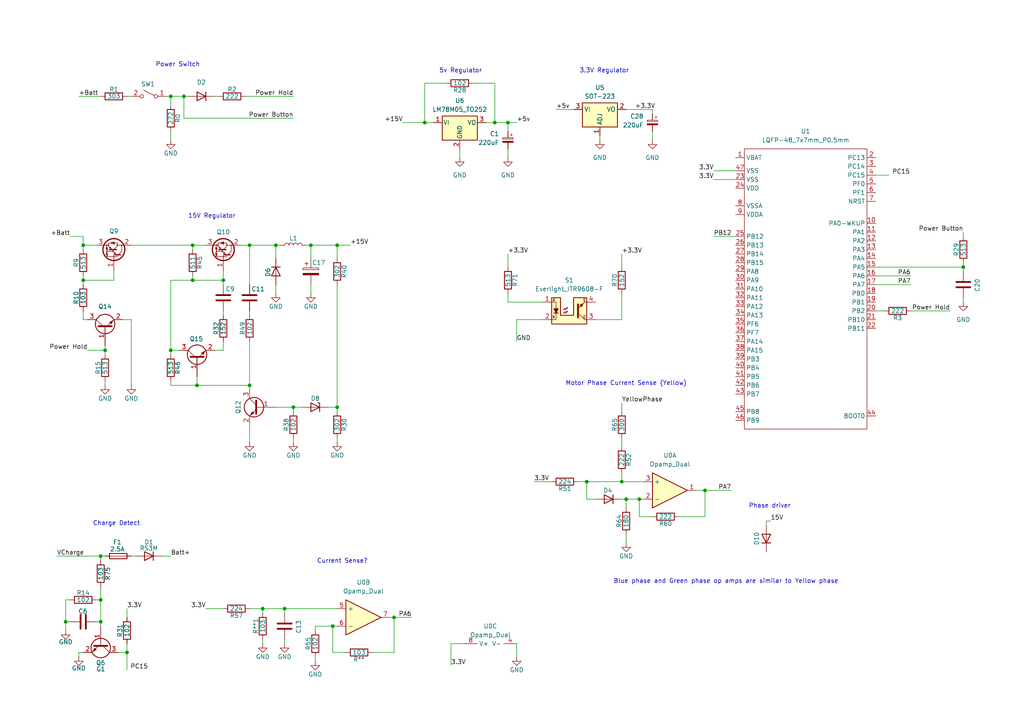
<source format=kicad_sch>
(kicad_sch (version 20231120) (generator "eeschema") (generator_version "8.0")
  (paper "A4")
  (lib_symbols
    (symbol "Device:C" (pin_numbers hide) (pin_names (offset 0.254))
      (property "Reference" "C" (at 0.635 2.54 0))
      (property "Value" "C" (at 0.635 -2.54 0))
      (symbol "C_0_1"
        (polyline (pts (xy -2.032 -0.762) (xy 2.032 -0.762)) (stroke (width 0.508)))
        (polyline (pts (xy -2.032 0.762) (xy 2.032 0.762)) (stroke (width 0.508)))
      )
      (symbol "C_1_1"
        (pin passive line (at 0 3.81 270) (length 2.794) (name "~") (number "1"))
        (pin passive line (at 0 -3.81 90) (length 2.794) (name "~") (number "2"))
      )
    )
    (symbol "Device:C_Polarized" (pin_numbers hide) (pin_names (offset 0.254))
      (property "Reference" "C" (at 0.635 2.54 0))
      (property "Value" "C_Polarized" (at 0.635 -2.54 0))
      (symbol "C_Polarized_0_1"
        (rectangle (start -2.286 0.508) (end 2.286 1.016))
        (polyline (pts (xy -1.778 2.286) (xy -0.762 2.286)))
        (polyline (pts (xy -1.27 2.794) (xy -1.27 1.778)))
        (rectangle (start 2.286 -0.508) (end -2.286 -1.016) (fill (type outline)))
      )
      (symbol "C_Polarized_1_1"
        (pin passive line (at 0 3.81 270) (length 2.794) (name "~") (number "1"))
        (pin passive line (at 0 -3.81 90) (length 2.794) (name "~") (number "2"))
      )
    )
    (symbol "Device:C_Polarized_Small" (pin_numbers hide) (pin_names (offset 0.254) hide)
      (property "Reference" "C" (at 0.254 1.778 0))
      (property "Value" "C_Polarized_Small" (at 0.254 -2.032 0))
      (symbol "C_Polarized_Small_0_1"
        (rectangle (start -1.524 -0.3048) (end 1.524 -0.6858) (fill (type outline)))
        (rectangle (start -1.524 0.6858) (end 1.524 0.3048))
        (polyline (pts (xy -1.27 1.524) (xy -0.762 1.524)))
        (polyline (pts (xy -1.016 1.27) (xy -1.016 1.778)))
      )
      (symbol "C_Polarized_Small_1_1"
        (pin passive line (at 0 2.54 270) (length 1.8542) (name "~") (number "1"))
        (pin passive line (at 0 -2.54 90) (length 1.8542) (name "~") (number "2"))
      )
    )
    (symbol "Device:D" (pin_numbers hide) (pin_names (offset 1.016) hide)
      (property "Reference" "D" (at 0 2.54 0))
      (property "Value" "D" (at 0 -2.54 0))
      (symbol "D_0_1"
        (polyline (pts (xy -1.27 1.27) (xy -1.27 -1.27)) (stroke (width 0.254)))
        (polyline (pts (xy 1.27 0) (xy -1.27 0)))
        (polyline (pts (xy 1.27 1.27) (xy 1.27 -1.27) (xy -1.27 0) (xy 1.27 1.27)) (stroke (width 0.254)))
      )
      (symbol "D_1_1"
        (pin passive line (at -3.81 0 0) (length 2.54) (name "K") (number "1"))
        (pin passive line (at 3.81 0 180) (length 2.54) (name "A") (number "2"))
      )
    )
    (symbol "Device:D_Zener" (pin_numbers hide) (pin_names (offset 1.016) hide)
      (property "Reference" "D" (at 0 2.54 0))
      (property "Value" "D_Zener" (at 0 -2.54 0))
      (symbol "D_Zener_0_1"
        (polyline (pts (xy 1.27 0) (xy -1.27 0)))
        (polyline (pts (xy -1.27 -1.27) (xy -1.27 1.27) (xy -0.762 1.27)) (stroke (width 0.254)))
        (polyline (pts (xy 1.27 -1.27) (xy 1.27 1.27) (xy -1.27 0) (xy 1.27 -1.27)) (stroke (width 0.254)))
      )
      (symbol "D_Zener_1_1"
        (pin passive line (at -3.81 0 0) (length 2.54) (name "K") (number "1"))
        (pin passive line (at 3.81 0 180) (length 2.54) (name "A") (number "2"))
      )
    )
    (symbol "Device:Fuse" (pin_numbers hide) (pin_names (offset 0))
      (property "Reference" "F" (at 2.032 0 90))
      (property "Value" "Fuse" (at -1.905 0 90))
      (symbol "Fuse_0_1"
        (rectangle (start -0.762 -2.54) (end 0.762 2.54) (stroke (width 0.254)))
        (polyline (pts (xy 0 2.54) (xy 0 -2.54)))
      )
      (symbol "Fuse_1_1"
        (pin passive line (at 0 3.81 270) (length 1.27) (name "~") (number "1"))
        (pin passive line (at 0 -3.81 90) (length 1.27) (name "~") (number "2"))
      )
    )
    (symbol "Device:L" (pin_numbers hide) (pin_names (offset 1.016) hide)
      (property "Reference" "L" (at -1.27 0 90))
      (property "Value" "L" (at 1.905 0 90))
      (symbol "L_0_1"
        (arc (start 0 -2.54) (mid 0.6323 -1.905) (end 0 -1.27))
        (arc (start 0 -1.27) (mid 0.6323 -0.635) (end 0 0))
        (arc (start 0 0) (mid 0.6323 0.635) (end 0 1.27))
        (arc (start 0 1.27) (mid 0.6323 1.905) (end 0 2.54))
      )
      (symbol "L_1_1"
        (pin passive line (at 0 3.81 270) (length 1.27) (name "1") (number "1"))
        (pin passive line (at 0 -3.81 90) (length 1.27) (name "2") (number "2"))
      )
    )
    (symbol "Device:Opamp_Dual"
      (property "Reference" "U" (at 0 5.08 0))
      (property "Value" "Opamp_Dual" (at 0 -5.08 0))
      (symbol "Opamp_Dual_1_1"
        (polyline (pts (xy -5.08 5.08) (xy 5.08 0) (xy -5.08 -5.08) (xy -5.08 5.08)) (stroke (width 0.254)) (fill (type background)))
        (pin output line (at 7.62 0 180) (length 2.54) (name "~") (number "1"))
        (pin input line (at -7.62 -2.54 0) (length 2.54) (name "-") (number "2"))
        (pin input line (at -7.62 2.54 0) (length 2.54) (name "+") (number "3"))
      )
      (symbol "Opamp_Dual_2_1"
        (polyline (pts (xy -5.08 5.08) (xy 5.08 0) (xy -5.08 -5.08) (xy -5.08 5.08)) (stroke (width 0.254)) (fill (type background)))
        (pin input line (at -7.62 2.54 0) (length 2.54) (name "+") (number "5"))
        (pin input line (at -7.62 -2.54 0) (length 2.54) (name "-") (number "6"))
        (pin output line (at 7.62 0 180) (length 2.54) (name "~") (number "7"))
      )
      (symbol "Opamp_Dual_3_1"
        (pin power_in line (at -2.54 -7.62 90) (length 3.81) (name "V-") (number "4"))
        (pin power_in line (at -2.54 7.62 270) (length 3.81) (name "V+") (number "8"))
      )
    )
    (symbol "Device:R" (pin_numbers hide) (pin_names (offset 0))
      (property "Reference" "R" (at 2.032 0 90))
      (property "Value" "R" (at 0 0 90))
      (symbol "R_0_1"
        (rectangle (start -1.016 -2.54) (end 1.016 2.54) (stroke (width 0.254)))
      )
      (symbol "R_1_1"
        (pin passive line (at 0 3.81 270) (length 1.27) (name "~") (number "1"))
        (pin passive line (at 0 -3.81 90) (length 1.27) (name "~") (number "2"))
      )
    )
    (symbol "GigaDevices_GD32F130xx:GD32F130Cx_LQFP48"
      (property "Reference" "U" (at 0 4.064 0))
      (property "Value" "GD32F130Cx" (at -0.254 1.524 0))
      (symbol "GD32F130Cx_LQFP48_0_0"
        (pin power_in line (at -17.78 -2.54 0) (length 2.54) (name "VBAT") (number "1"))
        (pin bidirectional line (at 22.86 -21.59 180) (length 2.54) (name "PA0-WKUP") (number "10"))
        (pin bidirectional line (at 22.86 -24.13 180) (length 2.54) (name "PA1") (number "11"))
        (pin bidirectional line (at 22.86 -26.67 180) (length 2.54) (name "PA2") (number "12"))
        (pin bidirectional line (at 22.86 -29.21 180) (length 2.54) (name "PA3") (number "13"))
        (pin bidirectional line (at 22.86 -31.75 180) (length 2.54) (name "PA4") (number "14"))
        (pin bidirectional line (at 22.86 -34.29 180) (length 2.54) (name "PA5") (number "15"))
        (pin bidirectional line (at 22.86 -36.83 180) (length 2.54) (name "PA6") (number "16"))
        (pin bidirectional line (at 22.86 -39.37 180) (length 2.54) (name "PA7") (number "17"))
        (pin bidirectional line (at 22.86 -41.91 180) (length 2.54) (name "PB0") (number "18"))
        (pin bidirectional line (at 22.86 -44.45 180) (length 2.54) (name "PB1") (number "19"))
        (pin bidirectional line (at 22.86 -46.99 180) (length 2.54) (name "PB2") (number "20"))
        (pin bidirectional line (at 22.86 -49.53 180) (length 2.54) (name "PB10") (number "21"))
        (pin bidirectional line (at 22.86 -52.07 180) (length 2.54) (name "PB11") (number "22"))
        (pin power_in line (at -17.78 -8.89 0) (length 2.54) (name "VSS") (number "23"))
        (pin power_in line (at -17.78 -11.43 0) (length 2.54) (name "VDD") (number "24"))
        (pin bidirectional line (at -17.78 -25.4 0) (length 2.54) (name "PB12") (number "25"))
        (pin bidirectional line (at -17.78 -27.94 0) (length 2.54) (name "PB13") (number "26"))
        (pin bidirectional line (at -17.78 -30.48 0) (length 2.54) (name "PB14") (number "27"))
        (pin bidirectional line (at -17.78 -33.02 0) (length 2.54) (name "PB15") (number "28"))
        (pin bidirectional line (at -17.78 -35.56 0) (length 2.54) (name "PA8") (number "29"))
        (pin bidirectional line (at -17.78 -38.1 0) (length 2.54) (name "PA9") (number "30"))
        (pin bidirectional line (at -17.78 -40.64 0) (length 2.54) (name "PA10") (number "31"))
        (pin bidirectional line (at -17.78 -43.18 0) (length 2.54) (name "PA11") (number "32"))
        (pin bidirectional line (at -17.78 -45.72 0) (length 2.54) (name "PA12") (number "33"))
        (pin bidirectional line (at -17.78 -48.26 0) (length 2.54) (name "PA13") (number "34"))
        (pin bidirectional line (at -17.78 -50.8 0) (length 2.54) (name "PF6") (number "35"))
        (pin bidirectional line (at -17.78 -53.34 0) (length 2.54) (name "PF7") (number "36"))
        (pin bidirectional line (at -17.78 -55.88 0) (length 2.54) (name "PA14") (number "37"))
        (pin bidirectional line (at -17.78 -58.42 0) (length 2.54) (name "PA15") (number "38"))
        (pin bidirectional line (at -17.78 -60.96 0) (length 2.54) (name "PB3") (number "39"))
        (pin bidirectional line (at -17.78 -63.5 0) (length 2.54) (name "PB4") (number "40"))
        (pin bidirectional line (at -17.78 -66.04 0) (length 2.54) (name "PB5") (number "41"))
        (pin bidirectional line (at -17.78 -68.58 0) (length 2.54) (name "PB6") (number "42"))
        (pin bidirectional line (at -17.78 -71.12 0) (length 2.54) (name "PB7") (number "43"))
        (pin input line (at 22.86 -77.47 180) (length 2.54) (name "BOOT0") (number "44"))
        (pin bidirectional line (at -17.78 -76.2 0) (length 2.54) (name "PB8") (number "45"))
        (pin bidirectional line (at -17.78 -78.74 0) (length 2.54) (name "PB9") (number "46"))
        (pin power_in line (at -17.78 -6.35 0) (length 2.54) (name "VSS") (number "47"))
        (pin bidirectional line (at 22.86 -10.16 180) (length 2.54) (name "PF0") (number "5"))
        (pin bidirectional line (at 22.86 -12.7 180) (length 2.54) (name "PF1") (number "6"))
        (pin bidirectional line (at 22.86 -15.24 180) (length 2.54) (name "NRST") (number "7"))
        (pin power_in line (at -17.78 -16.51 0) (length 2.54) (name "VSSA") (number "8"))
        (pin power_in line (at -17.78 -19.05 0) (length 2.54) (name "VDDA") (number "9"))
      )
      (symbol "GD32F130Cx_LQFP48_0_1"
        (rectangle (start -15.24 0) (end 20.32 -81.28))
      )
      (symbol "GD32F130Cx_LQFP48_1_0"
        (pin bidirectional line (at 22.86 -2.54 180) (length 2.54) (name "PC13") (number "2"))
        (pin bidirectional line (at 22.86 -5.08 180) (length 2.54) (name "PC14") (number "3"))
        (pin bidirectional line (at 22.86 -7.62 180) (length 2.54) (name "PC15") (number "4"))
      )
    )
    (symbol "Regulator_Linear:AMS1117"
      (property "Reference" "U" (at -3.81 3.175 0))
      (property "Value" "AMS1117" (at 0 3.175 0))
      (symbol "AMS1117_0_1"
        (rectangle (start -5.08 -5.08) (end 5.08 1.905) (stroke (width 0.254)) (fill (type background)))
      )
      (symbol "AMS1117_1_1"
        (pin input line (at 0 -7.62 90) (length 2.54) (name "ADJ") (number "1"))
        (pin power_out line (at 7.62 0 180) (length 2.54) (name "VO") (number "2"))
        (pin power_in line (at -7.62 0 0) (length 2.54) (name "VI") (number "3"))
      )
    )
    (symbol "Regulator_Linear:LM78M05_TO252" (pin_names (offset 0.254))
      (property "Reference" "U" (at -3.81 3.175 0))
      (property "Value" "LM78M05_TO252" (at 0 3.175 0))
      (symbol "LM78M05_TO252_0_1"
        (rectangle (start -5.08 1.905) (end 5.08 -5.08) (stroke (width 0.254)) (fill (type background)))
      )
      (symbol "LM78M05_TO252_1_1"
        (pin power_in line (at -7.62 0 0) (length 2.54) (name "VI") (number "1"))
        (pin power_in line (at 0 -7.62 90) (length 2.54) (name "GND") (number "2"))
        (pin power_out line (at 7.62 0 180) (length 2.54) (name "VO") (number "3"))
      )
    )
    (symbol "Sensor_Proximity:ITR9608-F"
      (property "Reference" "U" (at -5.08 5.08 0))
      (property "Value" "ITR9608-F" (at 0 -5.08 0))
      (symbol "ITR9608-F_0_0"
        (text "A" (at -4.445 3.175 0) (effects (font (size 0.762 0.762))))
        (text "C" (at 4.445 -1.778 0) (effects (font (size 0.762 0.762))))
        (text "E" (at 4.445 3.175 0) (effects (font (size 0.762 0.762))))
        (text "K" (at -4.445 -1.778 0) (effects (font (size 0.762 0.762))))
      )
      (symbol "ITR9608-F_0_1"
        (polyline (pts (xy -4.445 -0.635) (xy -3.175 -0.635)) (stroke (width 0.254)))
        (polyline (pts (xy 2.54 -0.635) (xy 4.445 -2.54)))
        (polyline (pts (xy 4.445 -2.54) (xy 5.08 -2.54)))
        (polyline (pts (xy 4.445 2.54) (xy 2.54 0.635)) (fill (type outline)))
        (polyline (pts (xy 4.445 2.54) (xy 5.08 2.54)))
        (polyline (pts (xy -5.08 -2.54) (xy -3.81 -2.54) (xy -3.81 -0.635)))
        (polyline (pts (xy -5.08 2.54) (xy -3.81 2.54) (xy -3.81 0.635)))
        (polyline (pts (xy 2.54 -1.905) (xy 2.54 1.905) (xy 2.54 1.905)) (stroke (width 0.508)))
        (polyline (pts (xy -3.81 -0.635) (xy -4.445 0.635) (xy -3.175 0.635) (xy -3.81 -0.635)) (stroke (width 0.254)) (fill (type outline)))
        (polyline (pts (xy -1.778 0.254) (xy -1.2446 0.762) (xy -1.2446 0.254) (xy -0.4826 1.016)))
        (polyline (pts (xy -0.4826 1.016) (xy -0.9906 0.762) (xy -0.7366 0.508) (xy -0.4826 1.016)))
        (polyline (pts (xy 3.048 1.651) (xy 3.556 1.143) (xy 4.064 2.159) (xy 3.048 1.651) (xy 3.048 1.651)) (fill (type outline)))
        (polyline (pts (xy -1.778 -0.762) (xy -1.2446 -0.254) (xy -1.2446 -0.762) (xy -0.4826 0) (xy -0.9906 -0.254) (xy -0.7366 -0.508) (xy -0.4826 0)))
        (polyline (pts (xy -5.08 3.81) (xy -5.08 -3.81) (xy 5.08 -3.81) (xy 5.08 3.81) (xy 1.27 3.81) (xy 1.27 -1.27) (xy -2.54 -1.27) (xy -2.54 3.81) (xy -5.08 3.81)) (stroke (width 0.254)) (fill (type background)))
      )
      (symbol "ITR9608-F_1_1"
        (pin passive line (at -7.62 2.54 0) (length 2.54) (name "~") (number "1"))
        (pin passive line (at -7.62 -2.54 0) (length 2.54) (name "~") (number "2"))
        (pin open_collector line (at 7.62 -2.54 180) (length 2.54) (name "~") (number "3"))
        (pin open_emitter line (at 7.62 2.54 180) (length 2.54) (name "~") (number "4"))
      )
    )
    (symbol "Switch:SW_SPST" (pin_names (offset 0) hide)
      (property "Reference" "SW" (at 0 3.175 0))
      (property "Value" "SW_SPST" (at 0 -2.54 0))
      (symbol "SW_SPST_0_0"
        (circle (center -2.032 0) (radius 0.508))
        (polyline (pts (xy -1.524 0.254) (xy 1.524 1.778)))
        (circle (center 2.032 0) (radius 0.508))
      )
      (symbol "SW_SPST_1_1"
        (pin passive line (at -5.08 0 0) (length 2.54) (name "A") (number "1"))
        (pin passive line (at 5.08 0 180) (length 2.54) (name "B") (number "2"))
      )
    )
    (symbol "Transistor_BJT:MMBT5551L" (pin_names (offset 0) hide)
      (property "Reference" "Q" (at 5.08 1.905 0))
      (property "Value" "MMBT5551L" (at 5.08 0 0))
      (symbol "MMBT5551L_0_1"
        (polyline (pts (xy 0.635 0.635) (xy 2.54 2.54)))
        (polyline (pts (xy 0.635 -0.635) (xy 2.54 -2.54) (xy 2.54 -2.54)))
        (polyline (pts (xy 0.635 1.905) (xy 0.635 -1.905) (xy 0.635 -1.905)) (stroke (width 0.508)))
        (polyline (pts (xy 1.27 -1.778) (xy 1.778 -1.27) (xy 2.286 -2.286) (xy 1.27 -1.778) (xy 1.27 -1.778)) (fill (type outline)))
        (circle (center 1.27 0) (radius 2.8194) (stroke (width 0.254)))
      )
      (symbol "MMBT5551L_1_1"
        (pin input line (at -5.08 0 0) (length 5.715) (name "B") (number "1"))
        (pin passive line (at 2.54 -5.08 90) (length 2.54) (name "E") (number "2"))
        (pin passive line (at 2.54 5.08 270) (length 2.54) (name "C") (number "3"))
      )
    )
    (symbol "Transistor_BJT:TIP127" (pin_names (offset 0) hide)
      (property "Reference" "Q" (at 5.08 1.905 0))
      (property "Value" "TIP127" (at 5.08 0 0))
      (symbol "TIP127_0_1"
        (circle (center -0.762 0) (radius 0.127))
        (polyline (pts (xy -1.27 0) (xy -0.889 0)))
        (polyline (pts (xy 2.54 -2.032) (xy 2.54 -2.54)))
        (polyline (pts (xy 2.54 -1.524) (xy 3.175 -1.524)))
        (polyline (pts (xy 2.794 -0.635) (xy 3.556 -0.635)))
        (polyline (pts (xy 3.175 -1.524) (xy 3.175 -0.635)))
        (polyline (pts (xy 3.175 0.127) (xy 3.175 1.016)))
        (polyline (pts (xy 3.175 1.016) (xy 2.54 1.016)))
        (polyline (pts (xy -0.254 0.762) (xy 0.762 -0.254) (xy 1.27 -0.254)))
        (polyline (pts (xy -0.254 1.016) (xy -0.762 1.016) (xy -0.762 -2.032)))
        (polyline (pts (xy -0.254 1.27) (xy 0.762 2.286) (xy 2.54 2.286)))
        (polyline (pts (xy -0.254 2.032) (xy -0.254 0) (xy -0.254 0)) (stroke (width 0.3048)))
        (polyline (pts (xy 1.27 0.762) (xy 1.27 -1.27) (xy 1.27 -1.27)) (stroke (width 0.381)))
        (polyline (pts (xy 0 0.508) (xy 0.254 0) (xy 0.508 0.254) (xy 0 0.508)))
        (polyline (pts (xy 1.27 -0.508) (xy 2.286 -1.524) (xy 2.54 -1.524) (xy 2.54 -2.032)))
        (polyline (pts (xy 1.27 0) (xy 2.286 1.016) (xy 2.54 1.016) (xy 2.54 2.286)))
        (polyline (pts (xy 1.524 -0.762) (xy 1.778 -1.27) (xy 2.032 -1.016) (xy 1.524 -0.762)))
        (polyline (pts (xy 3.175 -0.635) (xy 2.794 0.127) (xy 3.556 0.127) (xy 3.175 -0.635)) (fill (type outline)))
        (polyline (pts (xy 0.762 -2.032) (xy 0.381 -2.032) (xy 0.254 -2.286) (xy 0.127 -1.778) (xy 0 -2.286) (xy -0.127 -1.778) (xy -0.254 -2.286) (xy -0.381 -1.778) (xy -0.508 -2.032) (xy -0.762 -2.032)))
        (polyline (pts (xy 0.762 -0.254) (xy 0.762 -2.032) (xy 1.143 -2.032) (xy 1.27 -1.778) (xy 1.397 -2.286) (xy 1.524 -1.778) (xy 1.651 -2.286) (xy 1.778 -1.778) (xy 1.905 -2.286) (xy 2.032 -2.032) (xy 2.54 -2.032)))
        (circle (center 0.762 -2.032) (radius 0.127))
        (circle (center 0.762 -0.254) (radius 0.127))
        (circle (center 1.27 0) (radius 3.175) (stroke (width 0.3556)))
        (circle (center 2.54 -2.032) (radius 0.127))
        (circle (center 2.54 -1.524) (radius 0.127))
        (circle (center 2.54 1.016) (radius 0.127))
        (circle (center 2.54 2.286) (radius 0.127))
      )
      (symbol "TIP127_1_1"
        (pin input line (at -5.08 0 0) (length 3.81) (name "B") (number "1"))
        (pin passive line (at 2.54 5.08 270) (length 2.667) (name "C") (number "2"))
        (pin passive line (at 2.54 -5.08 90) (length 2.54) (name "E") (number "3"))
      )
    )
    (symbol "power:GND" (power) (pin_numbers hide) (pin_names (offset 0) hide)
      (property "Value" "GND" (at 0 -3.81 0))
      (symbol "GND_0_1"
        (polyline (pts (xy 0 0) (xy 0 -1.27) (xy 1.27 -1.27) (xy 0 -2.54) (xy -1.27 -1.27) (xy 0 -1.27)))
      )
      (symbol "GND_1_1"
        (pin power_in line (at 0 0 270) (length 0) (name "~") (number "1"))
      )
    )
  )
  (junction (at 64.77 81.28))
  (junction (at 143.51 35.56))
  (junction (at 55.88 81.28))
  (junction (at 53.34 27.94))
  (junction (at 97.79 118.11))
  (junction (at 24.13 81.28))
  (junction (at 55.88 71.12))
  (junction (at 123.19 35.56))
  (junction (at 72.39 111.76))
  (junction (at 170.18 139.7))
  (junction (at 279.4 77.47))
  (junction (at 80.01 71.12))
  (junction (at 181.61 144.78))
  (junction (at 57.15 111.76))
  (junction (at 76.2 176.53))
  (junction (at 96.52 181.61))
  (junction (at 72.39 71.12))
  (junction (at 185.42 144.78))
  (junction (at 82.55 176.53))
  (junction (at 29.21 180.34))
  (junction (at 90.17 71.12))
  (junction (at 97.79 71.12))
  (junction (at 24.13 71.12))
  (junction (at 29.21 173.99))
  (junction (at 49.53 27.94))
  (junction (at 180.34 139.7))
  (junction (at 36.83 189.23))
  (junction (at 29.21 161.29))
  (junction (at 204.47 142.24))
  (junction (at 19.05 180.34))
  (junction (at 114.3 179.07))
  (junction (at 30.48 101.6))
  (junction (at 147.32 35.56))
  (junction (at 49.53 101.6))
  (junction (at 85.09 118.11))
  (wire (pts (xy 76.2 177.8) (xy 76.2 176.53)))
  (wire (pts (xy 97.79 119.38) (xy 97.79 118.11)))
  (wire (pts (xy 46.99 161.29) (xy 49.53 161.29)))
  (wire (pts (xy 180.34 73.66) (xy 180.34 77.47)))
  (wire (pts (xy 27.94 71.12) (xy 24.13 71.12)))
  (wire (pts (xy 27.94 173.99) (xy 29.21 173.99)))
  (wire (pts (xy 85.09 119.38) (xy 85.09 118.11)))
  (wire (pts (xy 72.39 71.12) (xy 80.01 71.12)))
  (wire (pts (xy 85.09 118.11) (xy 87.63 118.11)))
  (wire (pts (xy 19.05 173.99) (xy 19.05 180.34)))
  (wire (pts (xy 204.47 142.24) (xy 212.09 142.24)))
  (wire (pts (xy 116.84 35.56) (xy 123.19 35.56)))
  (wire (pts (xy 180.34 85.09) (xy 180.34 92.71)))
  (wire (pts (xy 129.54 24.13) (xy 123.19 24.13)))
  (wire (pts (xy 64.77 99.06) (xy 64.77 101.6)))
  (wire (pts (xy 69.85 71.12) (xy 72.39 71.12)))
  (wire (pts (xy 222.25 151.13) (xy 222.25 152.4)))
  (wire (pts (xy 264.16 80.01) (xy 254 80.01)))
  (wire (pts (xy 25.4 92.71) (xy 24.13 92.71)))
  (wire (pts (xy 49.53 81.28) (xy 49.53 101.6)))
  (wire (pts (xy 147.32 87.63) (xy 157.48 87.63)))
  (wire (pts (xy 97.79 82.55) (xy 97.79 118.11)))
  (wire (pts (xy 38.1 92.71) (xy 35.56 92.71)))
  (wire (pts (xy 72.39 123.19) (xy 72.39 128.27)))
  (wire (pts (xy 154.94 139.7) (xy 160.02 139.7)))
  (wire (pts (xy 170.18 144.78) (xy 172.72 144.78)))
  (wire (pts (xy 149.86 92.71) (xy 149.86 99.06)))
  (wire (pts (xy 264.16 90.17) (xy 275.59 90.17)))
  (wire (pts (xy 64.77 82.55) (xy 64.77 81.28)))
  (wire (pts (xy 76.2 185.42) (xy 76.2 186.69)))
  (wire (pts (xy 279.4 68.58) (xy 279.4 67.31)))
  (wire (pts (xy 33.02 81.28) (xy 33.02 78.74)))
  (wire (pts (xy 49.53 111.76) (xy 57.15 111.76)))
  (wire (pts (xy 29.21 173.99) (xy 29.21 180.34)))
  (wire (pts (xy 90.17 71.12) (xy 97.79 71.12)))
  (wire (pts (xy 189.23 38.1) (xy 189.23 40.64)))
  (wire (pts (xy 279.4 77.47) (xy 279.4 78.74)))
  (wire (pts (xy 130.81 193.04) (xy 130.81 186.69)))
  (wire (pts (xy 48.26 27.94) (xy 49.53 27.94)))
  (wire (pts (xy 72.39 82.55) (xy 72.39 71.12)))
  (wire (pts (xy 161.29 31.75) (xy 166.37 31.75)))
  (wire (pts (xy 19.05 180.34) (xy 20.32 180.34)))
  (wire (pts (xy 189.23 33.02) (xy 189.23 31.75)))
  (wire (pts (xy 147.32 73.66) (xy 147.32 77.47)))
  (wire (pts (xy 279.4 86.36) (xy 279.4 87.63)))
  (wire (pts (xy 30.48 110.49) (xy 30.48 111.76)))
  (wire (pts (xy 149.86 35.56) (xy 147.32 35.56)))
  (wire (pts (xy 57.15 109.22) (xy 57.15 111.76)))
  (wire (pts (xy 185.42 149.86) (xy 185.42 144.78)))
  (wire (pts (xy 64.77 91.44) (xy 64.77 90.17)))
  (wire (pts (xy 147.32 43.18) (xy 147.32 45.72)))
  (wire (pts (xy 36.83 179.07) (xy 36.83 176.53)))
  (wire (pts (xy 30.48 101.6) (xy 30.48 102.87)))
  (wire (pts (xy 24.13 80.01) (xy 24.13 81.28)))
  (wire (pts (xy 24.13 82.55) (xy 24.13 81.28)))
  (wire (pts (xy 147.32 85.09) (xy 147.32 87.63)))
  (wire (pts (xy 59.69 176.53) (xy 64.77 176.53)))
  (wire (pts (xy 22.86 27.94) (xy 29.21 27.94)))
  (wire (pts (xy 123.19 24.13) (xy 123.19 35.56)))
  (wire (pts (xy 180.34 116.84) (xy 180.34 119.38)))
  (wire (pts (xy 181.61 144.78) (xy 181.61 147.32)))
  (wire (pts (xy 223.52 151.13) (xy 222.25 151.13)))
  (wire (pts (xy 279.4 76.2) (xy 279.4 77.47)))
  (wire (pts (xy 76.2 176.53) (xy 82.55 176.53)))
  (wire (pts (xy 49.53 81.28) (xy 55.88 81.28)))
  (wire (pts (xy 72.39 99.06) (xy 72.39 111.76)))
  (wire (pts (xy 185.42 144.78) (xy 186.69 144.78)))
  (wire (pts (xy 49.53 27.94) (xy 49.53 30.48)))
  (wire (pts (xy 189.23 149.86) (xy 185.42 149.86)))
  (wire (pts (xy 170.18 144.78) (xy 170.18 139.7)))
  (wire (pts (xy 91.44 190.5) (xy 91.44 191.77)))
  (wire (pts (xy 57.15 111.76) (xy 72.39 111.76)))
  (wire (pts (xy 254 82.55) (xy 264.16 82.55)))
  (wire (pts (xy 55.88 80.01) (xy 55.88 81.28)))
  (wire (pts (xy 114.3 179.07) (xy 119.38 179.07)))
  (wire (pts (xy 29.21 161.29) (xy 29.21 162.56)))
  (wire (pts (xy 181.61 144.78) (xy 185.42 144.78)))
  (wire (pts (xy 97.79 71.12) (xy 97.79 74.93)))
  (wire (pts (xy 207.01 52.07) (xy 213.36 52.07)))
  (wire (pts (xy 204.47 149.86) (xy 204.47 142.24)))
  (wire (pts (xy 97.79 176.53) (xy 82.55 176.53)))
  (wire (pts (xy 88.9 71.12) (xy 90.17 71.12)))
  (wire (pts (xy 54.61 27.94) (xy 53.34 27.94)))
  (wire (pts (xy 133.35 43.18) (xy 133.35 45.72)))
  (wire (pts (xy 80.01 74.93) (xy 80.01 71.12)))
  (wire (pts (xy 147.32 38.1) (xy 147.32 35.56)))
  (wire (pts (xy 49.53 102.87) (xy 49.53 101.6)))
  (wire (pts (xy 36.83 27.94) (xy 38.1 27.94)))
  (wire (pts (xy 180.34 127) (xy 180.34 129.54)))
  (wire (pts (xy 20.32 68.58) (xy 24.13 68.58)))
  (wire (pts (xy 29.21 180.34) (xy 27.94 180.34)))
  (wire (pts (xy 38.1 92.71) (xy 38.1 111.76)))
  (wire (pts (xy 29.21 161.29) (xy 30.48 161.29)))
  (wire (pts (xy 24.13 68.58) (xy 24.13 71.12)))
  (wire (pts (xy 29.21 170.18) (xy 29.21 173.99)))
  (wire (pts (xy 49.53 27.94) (xy 53.34 27.94)))
  (wire (pts (xy 97.79 128.27) (xy 97.79 127)))
  (wire (pts (xy 80.01 118.11) (xy 85.09 118.11)))
  (wire (pts (xy 85.09 128.27) (xy 85.09 127)))
  (wire (pts (xy 101.6 71.12) (xy 97.79 71.12)))
  (wire (pts (xy 143.51 24.13) (xy 143.51 35.56)))
  (wire (pts (xy 36.83 189.23) (xy 36.83 194.31)))
  (wire (pts (xy 38.1 71.12) (xy 55.88 71.12)))
  (wire (pts (xy 113.03 179.07) (xy 114.3 179.07)))
  (wire (pts (xy 55.88 71.12) (xy 59.69 71.12)))
  (wire (pts (xy 91.44 181.61) (xy 91.44 182.88)))
  (wire (pts (xy 49.53 111.76) (xy 49.53 110.49)))
  (wire (pts (xy 207.01 49.53) (xy 213.36 49.53)))
  (wire (pts (xy 36.83 186.69) (xy 36.83 189.23)))
  (wire (pts (xy 34.29 189.23) (xy 36.83 189.23)))
  (wire (pts (xy 167.64 139.7) (xy 170.18 139.7)))
  (wire (pts (xy 80.01 71.12) (xy 81.28 71.12)))
  (wire (pts (xy 207.01 68.58) (xy 213.36 68.58)))
  (wire (pts (xy 137.16 24.13) (xy 143.51 24.13)))
  (wire (pts (xy 53.34 27.94) (xy 53.34 34.29)))
  (wire (pts (xy 114.3 189.23) (xy 114.3 179.07)))
  (wire (pts (xy 55.88 72.39) (xy 55.88 71.12)))
  (wire (pts (xy 180.34 92.71) (xy 172.72 92.71)))
  (wire (pts (xy 90.17 71.12) (xy 90.17 74.93)))
  (wire (pts (xy 30.48 100.33) (xy 30.48 101.6)))
  (wire (pts (xy 254 90.17) (xy 256.54 90.17)))
  (wire (pts (xy 38.1 161.29) (xy 39.37 161.29)))
  (wire (pts (xy 71.12 27.94) (xy 85.09 27.94)))
  (wire (pts (xy 181.61 31.75) (xy 189.23 31.75)))
  (wire (pts (xy 96.52 181.61) (xy 97.79 181.61)))
  (wire (pts (xy 180.34 137.16) (xy 180.34 139.7)))
  (wire (pts (xy 16.51 161.29) (xy 29.21 161.29)))
  (wire (pts (xy 22.86 189.23) (xy 22.86 190.5)))
  (wire (pts (xy 91.44 181.61) (xy 96.52 181.61)))
  (wire (pts (xy 72.39 111.76) (xy 72.39 113.03)))
  (wire (pts (xy 180.34 139.7) (xy 186.69 139.7)))
  (wire (pts (xy 24.13 81.28) (xy 33.02 81.28)))
  (wire (pts (xy 24.13 90.17) (xy 24.13 92.71)))
  (wire (pts (xy 24.13 189.23) (xy 22.86 189.23)))
  (wire (pts (xy 53.34 34.29) (xy 85.09 34.29)))
  (wire (pts (xy 180.34 144.78) (xy 181.61 144.78)))
  (wire (pts (xy 157.48 92.71) (xy 149.86 92.71)))
  (wire (pts (xy 173.99 39.37) (xy 173.99 40.64)))
  (wire (pts (xy 62.23 27.94) (xy 63.5 27.94)))
  (wire (pts (xy 49.53 38.1) (xy 49.53 40.64)))
  (wire (pts (xy 80.01 82.55) (xy 80.01 85.09)))
  (wire (pts (xy 254 50.8) (xy 257.81 50.8)))
  (wire (pts (xy 64.77 81.28) (xy 55.88 81.28)))
  (wire (pts (xy 96.52 189.23) (xy 96.52 181.61)))
  (wire (pts (xy 201.93 142.24) (xy 204.47 142.24)))
  (wire (pts (xy 107.95 189.23) (xy 114.3 189.23)))
  (wire (pts (xy 29.21 181.61) (xy 29.21 180.34)))
  (wire (pts (xy 62.23 101.6) (xy 64.77 101.6)))
  (wire (pts (xy 49.53 101.6) (xy 52.07 101.6)))
  (wire (pts (xy 100.33 189.23) (xy 96.52 189.23)))
  (wire (pts (xy 123.19 35.56) (xy 125.73 35.56)))
  (wire (pts (xy 90.17 82.55) (xy 90.17 85.09)))
  (wire (pts (xy 19.05 173.99) (xy 20.32 173.99)))
  (wire (pts (xy 25.4 101.6) (xy 30.48 101.6)))
  (wire (pts (xy 254 77.47) (xy 279.4 77.47)))
  (wire (pts (xy 130.81 186.69) (xy 134.62 186.69)))
  (wire (pts (xy 64.77 78.74) (xy 64.77 81.28)))
  (wire (pts (xy 19.05 180.34) (xy 19.05 182.88)))
  (wire (pts (xy 95.25 118.11) (xy 97.79 118.11)))
  (wire (pts (xy 72.39 90.17) (xy 72.39 91.44)))
  (wire (pts (xy 149.86 186.69) (xy 149.86 190.5)))
  (wire (pts (xy 82.55 176.53) (xy 82.55 177.8)))
  (wire (pts (xy 72.39 176.53) (xy 76.2 176.53)))
  (wire (pts (xy 196.85 149.86) (xy 204.47 149.86)))
  (wire (pts (xy 24.13 72.39) (xy 24.13 71.12)))
  (wire (pts (xy 82.55 186.69) (xy 82.55 185.42)))
  (wire (pts (xy 181.61 154.94) (xy 181.61 157.48)))
  (wire (pts (xy 143.51 35.56) (xy 147.32 35.56)))
  (wire (pts (xy 170.18 139.7) (xy 180.34 139.7)))
  (wire (pts (xy 140.97 35.56) (xy 143.51 35.56)))
  (text_box "Random Notes\n\nI am not a fan of the name Power Button\n" (at 8.89 215.9 0) (size 105.41 68.58) (effects (font (size 1.27 1.27)) (justify left top)))
  (text "Motor Phase Current Sense (Yellow)" (at 181.61 111.252 0) (effects (font (size 1.27 1.27))))
  (text "Current Sense?" (at 99.314 162.814 0) (effects (font (size 1.27 1.27))))
  (text "Charge Detect" (at 33.782 151.892 0) (effects (font (size 1.27 1.27))))
  (text "Power Switch" (at 51.562 18.796 0) (effects (font (size 1.27 1.27))))
  (text "Blue phase and Green phase op amps are similar to Yellow phase" (at 210.566 168.656 0) (effects (font (size 1.27 1.27))))
  (text "Phase driver\n" (at 223.266 146.812 0) (effects (font (size 1.27 1.27))))
  (text "15V Regulator" (at 61.468 62.738 0) (effects (font (size 1.27 1.27))))
  (text "5v Regulator\n" (at 133.604 20.574 0) (effects (font (size 1.27 1.27))))
  (text "3.3V Regulator" (at 175.26 20.574 0) (effects (font (size 1.27 1.27))))
  (label "Power Hold" (at 275.59 90.17 180))
  (label "+15V" (at 116.84 35.56 180))
  (label "+3.3V" (at 180.34 73.66 0))
  (label "+5v" (at 161.29 31.75 0))
  (label "3.3V" (at 207.01 49.53 180))
  (label "PA6" (at 264.16 80.01 180))
  (label "Power Button" (at 279.4 67.31 180))
  (label " PC15" (at 257.81 50.8 0))
  (label "3.3V" (at 207.01 52.07 180))
  (label "3.3V" (at 59.69 176.53 180))
  (label "+15V" (at 101.6 71.12 0))
  (label "+3.3V" (at 184.15 31.75 0))
  (label "+5v" (at 149.86 35.56 0))
  (label "PB12" (at 207.01 68.58 0))
  (label "PA6" (at 119.38 179.07 180))
  (label "15V" (at 223.52 151.13 0))
  (label "YellowPhase" (at 180.34 116.84 0))
  (label "Power Button" (at 85.09 34.29 180))
  (label "+Batt" (at 20.32 68.58 180))
  (label "Power Hold" (at 25.4 101.6 180))
  (label "PA7" (at 212.09 142.24 180))
  (label "3.3V" (at 36.83 176.53 0))
  (label "Batt+" (at 49.53 161.29 0))
  (label "3.3V" (at 154.94 139.7 0))
  (label "3.3V" (at 130.81 193.04 0))
  (label "Power Hold" (at 85.09 27.94 180))
  (label "+3.3V" (at 147.32 73.66 0))
  (label "PA7" (at 264.16 82.55 180))
  (label "+Batt" (at 22.86 27.94 0))
  (label " PC15" (at 36.83 194.31 0))
  (label "GND" (at 149.86 99.06 0))
  (label "VCharge" (at 16.51 161.29 0))
  (symbol (lib_id "Device:R") (at 180.34 133.35 0) (unit 1)
    (property "Reference" "R52" (at 182.372 133.35 90))
    (property "Value" "222" (at 180.34 133.35 90))
    (property "Footprint" "Resistor_SMD:R_0603_1608Metric_Pad0.98x0.95mm_HandSolder" (effects (hide yes)))
  )
  (symbol (lib_id "Device:R") (at 33.02 27.94 270) (mirror x) (unit 1)
    (property "Reference" "R1" (at 33.02 25.908 90))
    (property "Value" "303" (at 33.02 27.94 90))
    (property "Footprint" "Resistor_SMD:R_1206_3216Metric_Pad1.30x1.75mm_HandSolder" (effects (hide yes)))
  )
  (symbol (lib_id "Device:R") (at 24.13 173.99 90) (unit 1)
    (property "Reference" "R14" (at 24.13 171.958 90))
    (property "Value" "102" (at 24.13 173.99 90))
    (property "Footprint" "Resistor_SMD:R_0603_1608Metric_Pad0.98x0.95mm_HandSolder" (effects (hide yes)))
  )
  (symbol (lib_id "Device:R") (at 76.2 181.61 180) (unit 1)
    (property "Reference" "R**1" (at 74.168 181.61 90))
    (property "Value" "103" (at 76.2 181.61 90))
    (property "Footprint" "Resistor_SMD:R_0603_1608Metric_Pad0.98x0.95mm_HandSolder" (effects (hide yes)))
  )
  (symbol (lib_id "Device:R") (at 133.35 24.13 90) (mirror x) (unit 1)
    (property "Reference" "R28" (at 133.35 26.162 90))
    (property "Value" "102" (at 133.35 24.13 90))
    (property "Footprint" "Resistor_SMD:R_0603_1608Metric_Pad0.98x0.95mm_HandSolder" (effects (hide yes)))
  )
  (symbol (lib_id "Regulator_Linear:AMS1117") (at 173.99 31.75 0) (unit 1)
    (property "Reference" "U5" (at 173.99 25.4 0))
    (property "Value" "SOT-223" (at 173.99 27.94 0))
    (property "Footprint" "Package_TO_SOT_SMD:SOT-223" (effects (hide yes)))
    (property "Datasheet" "http://www.advanced-monolithic.com/pdf/ds1117.pdf" (effects (hide yes)))
    (property "Description" "Adjustable Low dropout voltage regulator" (effects (hide yes)))
    (property "Lable" "Ams1117 3-3 LD818" (effects (hide yes)))
  )
  (symbol (lib_id "power:GND") (at 97.79 128.27 0) (unit 1)
    (property "Reference" "#PWR020" (effects (hide yes)))
    (property "Value" "GND" (at 97.79 132.08 0))
    (property "Description" "Power symbol creates a global label with name \"GND\" , ground" (effects (hide yes)))
  )
  (symbol (lib_id "power:GND") (at 82.55 186.69 0) (unit 1)
    (property "Reference" "#PWR015" (effects (hide yes)))
    (property "Value" "GND" (at 82.55 190.5 0))
    (property "Description" "Power symbol creates a global label with name \"GND\" , ground" (effects (hide yes)))
  )
  (symbol (lib_id "power:GND") (at 80.01 85.09 0) (unit 1)
    (property "Reference" "#PWR08" (effects (hide yes)))
    (property "Value" "GND" (at 80.01 88.9 0))
    (property "Description" "Power symbol creates a global label with name \"GND\" , ground" (effects (hide yes)))
  )
  (symbol (lib_id "Device:R") (at 279.4 72.39 180) (unit 1)
    (property "Reference" "R29" (at 277.368 72.39 90))
    (property "Value" "513" (at 279.4 72.39 90))
    (property "Footprint" "Resistor_SMD:R_0603_1608Metric_Pad0.98x0.95mm_HandSolder" (effects (hide yes)))
  )
  (symbol (lib_id "Device:R") (at 85.09 123.19 0) (mirror y) (unit 1)
    (property "Reference" "R38" (at 83.058 123.19 90))
    (property "Value" "102" (at 85.09 123.19 90))
    (property "Footprint" "Resistor_SMD:R_0603_1608Metric_Pad0.98x0.95mm_HandSolder" (effects (hide yes)))
  )
  (symbol (lib_id "Device:R") (at 97.79 78.74 0) (unit 1)
    (property "Reference" "R40" (at 99.822 78.74 90))
    (property "Value" "302" (at 97.79 78.74 90))
    (property "Footprint" "Resistor_SMD:R_0603_1608Metric_Pad0.98x0.95mm_HandSolder" (effects (hide yes)))
  )
  (symbol (lib_id "Device:R") (at 180.34 123.19 180) (unit 1)
    (property "Reference" "R65" (at 178.308 123.19 90))
    (property "Value" "300" (at 180.34 123.19 90))
    (property "Footprint" "Resistor_SMD:R_0603_1608Metric_Pad0.98x0.95mm_HandSolder" (effects (hide yes)))
  )
  (symbol (lib_id "Device:R") (at 36.83 182.88 180) (unit 1)
    (property "Reference" "R31" (at 34.798 182.88 90))
    (property "Value" "102" (at 36.83 182.88 90))
    (property "Footprint" "Resistor_SMD:R_0603_1608Metric_Pad0.98x0.95mm_HandSolder" (effects (hide yes)))
  )
  (symbol (lib_id "Device:C") (at 24.13 180.34 90) (unit 1)
    (property "Reference" "C6" (at 25.4 177.292 90) (effects (justify left)))
    (property "Value" "R_0603_1608Metric_Pad0.98x0.95mm_HandSolder" (effects (hide yes)))
    (property "Footprint" "Resistor_SMD:R_0603_1608Metric_Pad0.98x0.95mm_HandSolder" (effects (hide yes)))
  )
  (symbol (lib_id "power:GND") (at 90.17 85.09 0) (unit 1)
    (property "Reference" "#PWR07" (effects (hide yes)))
    (property "Value" "GND" (at 90.17 88.9 0))
    (property "Description" "Power symbol creates a global label with name \"GND\" , ground" (effects (hide yes)))
  )
  (symbol (lib_id "Device:R") (at 260.35 90.17 90) (mirror x) (unit 1)
    (property "Reference" "R3" (at 260.35 92.202 90))
    (property "Value" "222" (at 260.35 90.17 90))
    (property "Footprint" "Resistor_SMD:R_0603_1608Metric_Pad0.98x0.95mm_HandSolder" (effects (hide yes)))
  )
  (symbol (lib_id "Device:R") (at 181.61 151.13 180) (unit 1)
    (property "Reference" "R64" (at 179.578 151.13 90))
    (property "Value" "180" (at 181.61 151.13 90))
    (property "Footprint" "Resistor_SMD:R_0603_1608Metric_Pad0.98x0.95mm_HandSolder" (effects (hide yes)))
  )
  (symbol (lib_id "power:GND") (at 22.86 190.5 0) (unit 1)
    (property "Reference" "#PWR06" (effects (hide yes)))
    (property "Value" "GND" (at 22.86 193.802 0))
    (property "Description" "Power symbol creates a global label with name \"GND\" , ground" (effects (hide yes)))
  )
  (symbol (lib_id "power:GND") (at 72.39 128.27 0) (unit 1)
    (property "Reference" "#PWR012" (effects (hide yes)))
    (property "Value" "GND" (at 72.39 132.08 0))
    (property "Description" "Power symbol creates a global label with name \"GND\" , ground" (effects (hide yes)))
  )
  (symbol (lib_id "Device:R") (at 49.53 34.29 0) (unit 1)
    (property "Reference" "R0" (at 51.562 34.29 90))
    (property "Value" "272" (at 49.53 34.29 90))
    (property "Footprint" "Resistor_SMD:R_0603_1608Metric_Pad0.98x0.95mm_HandSolder" (effects (hide yes)))
  )
  (symbol (lib_id "Device:C") (at 279.4 82.55 180) (unit 1)
    (property "Reference" "C20" (at 283.464 80.772 90) (effects (justify left)))
    (property "Value" "C_1206_3216Metric_Pad1.33x1.80mm_HandSolder" (effects (hide yes)))
    (property "Footprint" "Capacitor_SMD:C_1206_3216Metric_Pad1.33x1.80mm_HandSolder" (effects (hide yes)))
  )
  (symbol (lib_id "power:GND") (at 149.86 190.5 0) (unit 1)
    (property "Reference" "#PWR013" (effects (hide yes)))
    (property "Value" "GND" (at 149.86 194.31 0))
    (property "Description" "Power symbol creates a global label with name \"GND\" , ground" (effects (hide yes)))
  )
  (symbol (lib_id "power:GND") (at 189.23 40.64 0) (unit 1)
    (property "Reference" "#PWR011" (effects (hide yes)))
    (property "Value" "GND" (at 189.23 45.72 0))
    (property "Description" "Power symbol creates a global label with name \"GND\" , ground" (effects (hide yes)))
  )
  (symbol (lib_id "Device:R") (at 29.21 166.37 0) (mirror x) (unit 1)
    (property "Reference" "R75" (at 31.242 166.37 90))
    (property "Value" "103" (at 29.21 166.37 90))
    (property "Footprint" "Resistor_SMD:R_0603_1608Metric_Pad0.98x0.95mm_HandSolder" (effects (hide yes)))
  )
  (symbol (lib_id "power:GND") (at 38.1 111.76 0) (unit 1)
    (property "Reference" "#PWR02" (effects (hide yes)))
    (property "Value" "GND" (at 38.1 115.57 0))
    (property "Description" "Power symbol creates a global label with name \"GND\" , ground" (effects (hide yes)))
  )
  (symbol (lib_id "power:GND") (at 279.4 87.63 0) (unit 1)
    (property "Reference" "#PWR04" (effects (hide yes)))
    (property "Value" "GND" (at 279.4 92.71 0))
    (property "Description" "Power symbol creates a global label with name \"GND\" , ground" (effects (hide yes)))
  )
  (symbol (lib_id "Device:R") (at 24.13 76.2 180) (unit 1)
    (property "Reference" "R9" (at 22.098 76.2 90))
    (property "Value" "513" (at 24.13 76.2 90))
    (property "Footprint" "Resistor_SMD:R_0603_1608Metric_Pad0.98x0.95mm_HandSolder" (effects (hide yes)))
  )
  (symbol (lib_id "Device:R") (at 64.77 95.25 0) (mirror y) (unit 1)
    (property "Reference" "R32" (at 62.738 95.25 90))
    (property "Value" "152" (at 64.77 95.25 90))
    (property "Footprint" "Resistor_SMD:R_0603_1608Metric_Pad0.98x0.95mm_HandSolder" (effects (hide yes)))
  )
  (symbol (lib_id "power:GND") (at 173.99 40.64 0) (unit 1)
    (property "Reference" "#PWR03" (effects (hide yes)))
    (property "Value" "GND" (at 173.99 45.72 0))
    (property "Description" "Power symbol creates a global label with name \"GND\" , ground" (effects (hide yes)))
  )
  (symbol (lib_id "Device:C_Polarized_Small") (at 189.23 35.56 0) (mirror y) (unit 1)
    (property "Reference" "C28" (at 186.69 33.7438 0) (effects (justify left)))
    (property "Value" "220uF" (at 186.69 36.2838 0) (effects (justify left)))
    (property "Description" "Polarized capacitor, small symbol" (effects (hide yes)))
  )
  (symbol (lib_id "Device:Opamp_Dual") (at 194.31 142.24 0) (unit 1)
    (property "Reference" "U0" (at 194.31 132.08 0))
    (property "Value" "Opamp_Dual" (at 194.31 134.62 0))
    (property "Description" "Dual operational amplifier" (effects (hide yes)))
    (property "Sim.Library" "${KICAD7_SYMBOL_DIR}/Simulation_SPICE.sp" (effects (hide yes)))
    (property "Sim.Name" "kicad_builtin_opamp_dual" (effects (hide yes)))
    (property "Sim.Device" "SUBCKT" (effects (hide yes)))
    (property "Sim.Pins" "1=out1 2=in1- 3=in1+ 4=vee 5=in2+ 6=in2- 7=out2 8=vcc" (effects (hide yes)))
  )
  (symbol (lib_id "Device:C") (at 82.55 181.61 180) (unit 1)
    (property "Reference" "C13" (at 86.614 179.832 90) (effects (justify left)))
    (property "Value" "C_1206_3216Metric_Pad1.33x1.80mm_HandSolder" (effects (hide yes)))
    (property "Footprint" "Capacitor_SMD:C_1206_3216Metric_Pad1.33x1.80mm_HandSolder" (effects (hide yes)))
  )
  (symbol (lib_id "Device:Opamp_Dual") (at 142.24 184.15 90) (unit 3)
    (property "Reference" "U0" (at 142.24 181.61 90))
    (property "Value" "Opamp_Dual" (at 142.24 184.15 90))
    (property "Description" "Dual operational amplifier" (effects (hide yes)))
    (property "Sim.Library" "${KICAD7_SYMBOL_DIR}/Simulation_SPICE.sp" (effects (hide yes)))
    (property "Sim.Name" "kicad_builtin_opamp_dual" (effects (hide yes)))
    (property "Sim.Device" "SUBCKT" (effects (hide yes)))
    (property "Sim.Pins" "1=out1 2=in1- 3=in1+ 4=vee 5=in2+ 6=in2- 7=out2 8=vcc" (effects (hide yes)))
  )
  (symbol (lib_id "Device:D") (at 222.25 156.21 90) (unit 1)
    (property "Reference" "D10" (at 219.456 156.21 0))
    (property "Value" "D_2010_5025Metric" (effects (hide yes)))
    (property "Footprint" "Diode_SMD:D_2010_5025Metric" (effects (hide yes)))
    (property "Description" "M7" (effects (hide yes)))
  )
  (symbol (lib_id "Device:L") (at 85.09 71.12 270) (mirror x) (unit 1)
    (property "Reference" "L1" (at 85.09 69.088 90))
    (property "Value" "L_Radial_D8.7mm_P5.00mm_Fastron_07HCP" (effects (hide yes)))
    (property "Footprint" "Inductor_THT:L_Radial_D8.7mm_P5.00mm_Fastron_07HCP" (effects (hide yes)))
  )
  (symbol (lib_id "Device:R") (at 55.88 76.2 0) (unit 1)
    (property "Reference" "R45" (at 57.912 76.2 90))
    (property "Value" "511" (at 55.88 76.2 90))
    (property "Footprint" "Resistor_SMD:R_0603_1608Metric_Pad0.98x0.95mm_HandSolder" (effects (hide yes)))
  )
  (symbol (lib_id "power:GND") (at 85.09 128.27 0) (unit 1)
    (property "Reference" "#PWR019" (effects (hide yes)))
    (property "Value" "GND" (at 85.09 132.08 0))
    (property "Description" "Power symbol creates a global label with name \"GND\" , ground" (effects (hide yes)))
  )
  (symbol (lib_id "power:GND") (at 181.61 157.48 0) (unit 1)
    (property "Reference" "#PWR016" (effects (hide yes)))
    (property "Value" "GND" (at 181.61 161.29 0))
    (property "Description" "Power symbol creates a global label with name \"GND\" , ground" (effects (hide yes)))
  )
  (symbol (lib_id "Transistor_BJT:TIP127") (at 33.02 73.66 270) (mirror x) (unit 1)
    (property "Reference" "Q9" (at 33.02 67.056 90))
    (property "Value" "TO-252-2" (effects (hide yes)))
    (property "Footprint" "Package_TO_SOT_SMD:TO-252-2" (effects (hide yes)))
    (property "Description" "TIP127" (effects (hide yes)))
  )
  (symbol (lib_id "Device:R") (at 147.32 81.28 0) (unit 1)
    (property "Reference" "R71" (at 149.352 81.28 90))
    (property "Value" "513" (at 147.32 81.28 90))
    (property "Footprint" "Resistor_SMD:R_0603_1608Metric_Pad0.98x0.95mm_HandSolder" (effects (hide yes)))
  )
  (symbol (lib_id "power:GND") (at 91.44 191.77 0) (unit 1)
    (property "Reference" "#PWR014" (effects (hide yes)))
    (property "Value" "GND" (at 91.44 195.58 0))
    (property "Description" "Power symbol creates a global label with name \"GND\" , ground" (effects (hide yes)))
  )
  (symbol (lib_id "Device:R") (at 163.83 139.7 270) (unit 1)
    (property "Reference" "R51" (at 163.83 141.732 90))
    (property "Value" "224" (at 163.83 139.7 90))
    (property "Footprint" "Resistor_SMD:R_0603_1608Metric_Pad0.98x0.95mm_HandSolder" (effects (hide yes)))
  )
  (symbol (lib_id "Device:D") (at 58.42 27.94 180) (unit 1)
    (property "Reference" "D2" (at 58.42 23.876 0))
    (property "Value" "D_2010_5025Metric" (effects (hide yes)))
    (property "Footprint" "Diode_SMD:D_2010_5025Metric" (effects (hide yes)))
    (property "Sim.Pins" "1=K 2=A" (effects (hide yes)))
  )
  (symbol (lib_id "Device:R") (at 91.44 186.69 0) (mirror y) (unit 1)
    (property "Reference" "R55" (at 89.408 186.69 90))
    (property "Value" "102" (at 91.44 186.69 90))
    (property "Footprint" "Resistor_SMD:R_0603_1608Metric_Pad0.98x0.95mm_HandSolder" (effects (hide yes)))
  )
  (symbol (lib_id "power:GND") (at 147.32 45.72 0) (unit 1)
    (property "Reference" "#PWR010" (effects (hide yes)))
    (property "Value" "GND" (at 147.32 50.8 0))
    (property "Description" "Power symbol creates a global label with name \"GND\" , ground" (effects (hide yes)))
  )
  (symbol (lib_id "Device:D") (at 176.53 144.78 180) (unit 1)
    (property "Reference" "D4" (at 176.276 142.24 0))
    (property "Value" "D_SOD-123" (effects (hide yes)))
    (property "Footprint" "Diode_SMD:D_2010_5025Metric" (effects (hide yes)))
    (property "Sim.Pins" "1=K 2=A" (effects (hide yes)))
  )
  (symbol (lib_id "Sensor_Proximity:ITR9608-F") (at 165.1 90.17 0) (unit 1)
    (property "Reference" "S1" (at 165.1 81.28 0))
    (property "Value" "Everlight_ITR9608-F" (at 165.1 83.82 0))
    (property "Footprint" "OptoDevice:Everlight_ITR9608-F" (effects (hide yes)))
  )
  (symbol (lib_id "Transistor_BJT:MMBT5551L") (at 30.48 95.25 90) (unit 1)
    (property "Reference" "Q14" (at 30.48 88.9 90))
    (property "Value" "SOT-323_SC-70" (effects (hide yes)))
    (property "Footprint" "Package_TO_SOT_SMD:SOT-323_SC-70" (effects (hide yes)))
  )
  (symbol (lib_id "GigaDevices_GD32F130xx:GD32F130Cx_LQFP48") (at 231.14 43.18 0) (unit 1)
    (property "Reference" "U1" (at 233.68 38.1 0))
    (property "Value" "LQFP-48_7x7mm_P0.5mm" (at 233.68 40.64 0))
    (property "Footprint" "Package_QFP:LQFP-48_7x7mm_P0.5mm" (effects (hide yes)))
    (property "Datasheet" "https://www.gigadevice.com.cn/Public/Uploads/uploadfile/files/20240403/GD32F130xxDatasheetRev3.9.pdf" (effects (hide yes)))
    (property "Description" "Arm® 32-bit Cortex®-M3 32-bit MCU" (effects (hide yes)))
  )
  (symbol (lib_id "Device:D") (at 80.01 78.74 270) (unit 1)
    (property "Reference" "D6" (at 77.724 78.994 0))
    (property "Value" "RS1G" (effects (hide yes)))
    (property "Footprint" "Diode_SMD:D_2010_5025Metric" (effects (hide yes)))
    (property "Sim.Pins" "1=K 2=A" (effects (hide yes)))
  )
  (symbol (lib_id "Transistor_BJT:MMBT5551L") (at 57.15 104.14 90) (unit 1)
    (property "Reference" "Q15" (at 58.928 98.298 90) (effects (justify left)))
    (property "Value" "SC-59" (effects (hide yes)))
    (property "Footprint" "Package_TO_SOT_SMD:SC-59" (effects (hide yes)))
  )
  (symbol (lib_id "power:GND") (at 30.48 111.76 0) (unit 1)
    (property "Reference" "#PWR018" (effects (hide yes)))
    (property "Value" "GND" (at 30.48 115.57 0))
    (property "Description" "Power symbol creates a global label with name \"GND\" , ground" (effects (hide yes)))
  )
  (symbol (lib_id "Device:R") (at 24.13 86.36 0) (mirror y) (unit 1)
    (property "Reference" "R10" (at 22.098 86.36 90))
    (property "Value" "103" (at 24.13 86.36 90))
    (property "Footprint" "Resistor_SMD:R_0603_1608Metric_Pad0.98x0.95mm_HandSolder" (effects (hide yes)))
  )
  (symbol (lib_id "Device:C_Polarized_Small") (at 147.32 40.64 0) (mirror y) (unit 1)
    (property "Reference" "C1" (at 144.78 38.8238 0) (effects (justify left)))
    (property "Value" "220uF" (at 144.78 41.3638 0) (effects (justify left)))
    (property "Description" "Polarized capacitor, small symbol" (effects (hide yes)))
  )
  (symbol (lib_id "Transistor_BJT:TIP127") (at 64.77 73.66 270) (mirror x) (unit 1)
    (property "Reference" "Q10" (at 64.77 67.31 90))
    (property "Value" "TO-252-2" (effects (hide yes)))
    (property "Footprint" "Package_TO_SOT_SMD:TO-252-2" (effects (hide yes)))
    (property "Description" "tip127" (effects (hide yes)))
  )
  (symbol (lib_id "Device:R") (at 72.39 95.25 180) (unit 1)
    (property "Reference" "R49" (at 70.358 95.25 90))
    (property "Value" "102" (at 72.39 95.25 90))
    (property "Footprint" "Resistor_SMD:R_0603_1608Metric_Pad0.98x0.95mm_HandSolder" (effects (hide yes)))
  )
  (symbol (lib_id "Device:C") (at 72.39 86.36 0) (unit 1)
    (property "Reference" "C11" (at 72.898 83.82 0) (effects (justify left)))
    (property "Value" "R_0603_1608Metric_Pad0.98x0.95mm_HandSolder" (effects (hide yes)))
    (property "Footprint" "Resistor_SMD:R_0603_1608Metric_Pad0.98x0.95mm_HandSolder" (effects (hide yes)))
  )
  (symbol (lib_id "Device:R") (at 193.04 149.86 270) (unit 1)
    (property "Reference" "R60" (at 193.04 151.892 90))
    (property "Value" "222" (at 193.04 149.86 90))
    (property "Footprint" "Resistor_SMD:R_0603_1608Metric_Pad0.98x0.95mm_HandSolder" (effects (hide yes)))
  )
  (symbol (lib_id "Device:Opamp_Dual") (at 105.41 179.07 0) (unit 2)
    (property "Reference" "U0" (at 105.41 168.91 0))
    (property "Value" "Opamp_Dual" (at 105.41 171.45 0))
    (property "Description" "Dual operational amplifier" (effects (hide yes)))
    (property "Sim.Library" "${KICAD7_SYMBOL_DIR}/Simulation_SPICE.sp" (effects (hide yes)))
    (property "Sim.Name" "kicad_builtin_opamp_dual" (effects (hide yes)))
    (property "Sim.Device" "SUBCKT" (effects (hide yes)))
    (property "Sim.Pins" "1=out1 2=in1- 3=in1+ 4=vee 5=in2+ 6=in2- 7=out2 8=vcc" (effects (hide yes)))
  )
  (symbol (lib_id "Transistor_BJT:MMBT5551L") (at 74.93 118.11 0) (mirror y) (unit 1)
    (property "Reference" "Q12" (at 69.088 118.11 90))
    (property "Value" "SOT-323_SC-70" (effects (hide yes)))
    (property "Footprint" "Package_TO_SOT_SMD:SOT-323_SC-70" (effects (hide yes)))
  )
  (symbol (lib_id "Device:Fuse") (at 34.29 161.29 90) (unit 1)
    (property "Reference" "F1" (at 34.036 157.226 90))
    (property "Value" "2.5A" (at 34.036 159.258 90))
    (property "Description" "Fuse" (effects (hide yes)))
  )
  (symbol (lib_id "Regulator_Linear:LM78M05_TO252") (at 133.35 35.56 0) (unit 1)
    (property "Reference" "U6" (at 133.35 29.21 0))
    (property "Value" "LM78M05_TO252" (at 133.35 31.75 0))
    (property "Footprint" "Package_TO_SOT_SMD:TO-252-2" (effects (hide yes)))
    (property "Datasheet" "https://www.onsemi.com/pub/Collateral/MC78M00-D.PDF" (effects (hide yes)))
    (property "Description" "Positive 500mA 35V Linear Regulator, Fixed Output 5V, TO-252 (D-PAK)" (effects (hide yes)))
  )
  (symbol (lib_id "power:GND") (at 133.35 45.72 0) (unit 1)
    (property "Reference" "#PWR09" (effects (hide yes)))
    (property "Value" "GND" (at 133.35 50.8 0))
    (property "Description" "Power symbol creates a global label with name \"GND\" , ground" (effects (hide yes)))
  )
  (symbol (lib_id "power:GND") (at 76.2 186.69 0) (unit 1)
    (property "Reference" "#PWR017" (effects (hide yes)))
    (property "Value" "GND" (at 76.2 190.5 0))
    (property "Description" "Power symbol creates a global label with name \"GND\" , ground" (effects (hide yes)))
  )
  (symbol (lib_id "power:GND") (at 19.05 182.88 0) (unit 1)
    (property "Reference" "#PWR05" (effects (hide yes)))
    (property "Value" "GND" (at 19.05 186.182 0))
    (property "Description" "Power symbol creates a global label with name \"GND\" , ground" (effects (hide yes)))
  )
  (symbol (lib_id "Switch:SW_SPST") (at 43.18 27.94 0) (mirror y) (unit 1)
    (property "Reference" "SW1" (at 42.926 24.384 0))
    (property "Value" "SW_SPST" (effects (hide yes)))
    (property "Description" "Single Pole Single Throw (SPST) switch" (effects (hide yes)))
  )
  (symbol (lib_id "Device:R") (at 97.79 123.19 0) (unit 1)
    (property "Reference" "R30" (at 99.822 123.19 90))
    (property "Value" "302" (at 97.79 123.19 90))
    (property "Footprint" "Resistor_SMD:R_0603_1608Metric_Pad0.98x0.95mm_HandSolder" (effects (hide yes)))
  )
  (symbol (lib_id "Device:R") (at 180.34 81.28 180) (unit 1)
    (property "Reference" "R70" (at 178.308 81.28 90))
    (property "Value" "152" (at 180.34 81.28 90))
    (property "Footprint" "Resistor_SMD:R_0603_1608Metric_Pad0.98x0.95mm_HandSolder" (effects (hide yes)))
  )
  (symbol (lib_id "Device:C") (at 64.77 86.36 0) (unit 1)
    (property "Reference" "C9" (at 65.405 83.82 0) (effects (justify left)))
    (property "Value" "C_1206_3216Metric_Pad1.33x1.80mm_HandSolder" (effects (hide yes)))
    (property "Footprint" "Capacitor_SMD:C_1206_3216Metric_Pad1.33x1.80mm_HandSolder" (effects (hide yes)))
  )
  (symbol (lib_id "Transistor_BJT:MMBT5551L") (at 29.21 186.69 270) (unit 1)
    (property "Reference" "Q6" (at 29.21 192.278 90))
    (property "Value" "G1" (at 29.21 194.056 90))
    (property "Footprint" "Package_TO_SOT_SMD:SOT-323_SC-70" (effects (hide yes)))
  )
  (symbol (lib_id "Device:R") (at 104.14 189.23 270) (unit 1)
    (property "Reference" "R**" (at 104.14 191.262 90))
    (property "Value" "103" (at 104.14 189.23 90))
    (property "Footprint" "Resistor_SMD:R_0603_1608Metric_Pad0.98x0.95mm_HandSolder" (effects (hide yes)))
  )
  (symbol (lib_id "Device:R") (at 68.58 176.53 270) (unit 1)
    (property "Reference" "R57" (at 68.58 178.562 90))
    (property "Value" "224" (at 68.58 176.53 90))
    (property "Footprint" "Resistor_SMD:R_0603_1608Metric_Pad0.98x0.95mm_HandSolder" (effects (hide yes)))
  )
  (symbol (lib_id "Device:D_Zener") (at 91.44 118.11 0) (mirror y) (unit 1)
    (property "Reference" "D8" (at 91.44 115.57 0))
    (property "Value" "D_Zener" (effects (hide yes)))
    (property "Footprint" "Diode_SMD:D_2010_5025Metric" (effects (hide yes)))
    (property "Description" "Zener diode" (effects (hide yes)))
  )
  (symbol (lib_id "Device:R") (at 49.53 106.68 0) (mirror x) (unit 1)
    (property "Reference" "R46" (at 51.562 106.68 90))
    (property "Value" "513" (at 49.53 106.68 90))
    (property "Footprint" "Resistor_SMD:R_0603_1608Metric_Pad0.98x0.95mm_HandSolder" (effects (hide yes)))
  )
  (symbol (lib_id "Device:D") (at 43.18 161.29 180) (unit 1)
    (property "Reference" "D1" (at 43.18 157.226 0))
    (property "Value" "RS3M" (at 43.18 159.004 0))
    (property "Footprint" "Diode_SMD:D_2010_5025Metric" (effects (hide yes)))
    (property "Sim.Pins" "1=K 2=A" (effects (hide yes)))
  )
  (symbol (lib_id "power:GND") (at 49.53 40.64 0) (unit 1)
    (property "Reference" "#PWR01" (effects (hide yes)))
    (property "Value" "GND" (at 49.53 44.45 0))
    (property "Description" "Power symbol creates a global label with name \"GND\" , ground" (effects (hide yes)))
  )
  (symbol (lib_id "Device:R") (at 67.31 27.94 90) (unit 1)
    (property "Reference" "R2" (at 67.31 25.908 90))
    (property "Value" "222" (at 67.31 27.94 90))
    (property "Footprint" "Resistor_SMD:R_0603_1608Metric_Pad0.98x0.95mm_HandSolder" (effects (hide yes)))
  )
  (symbol (lib_id "Device:R") (at 30.48 106.68 0) (mirror y) (unit 1)
    (property "Reference" "R15" (at 28.448 106.68 90))
    (property "Value" "513" (at 30.48 106.68 90))
    (property "Footprint" "Resistor_SMD:R_0603_1608Metric_Pad0.98x0.95mm_HandSolder" (effects (hide yes)))
  )
  (symbol (lib_id "Device:C_Polarized") (at 90.17 78.74 0) (unit 1)
    (property "Reference" "C17" (at 92.456 76.2 0))
    (property "Value" "CP_Radial_D8.0mm_P3.80mm" (effects (hide yes)))
    (property "Footprint" "Capacitor_THT:CP_Radial_D8.0mm_P3.80mm" (effects (hide yes)))
    (property "Description" "Polarized capacitor" (effects (hide yes)))
  )
)
</source>
